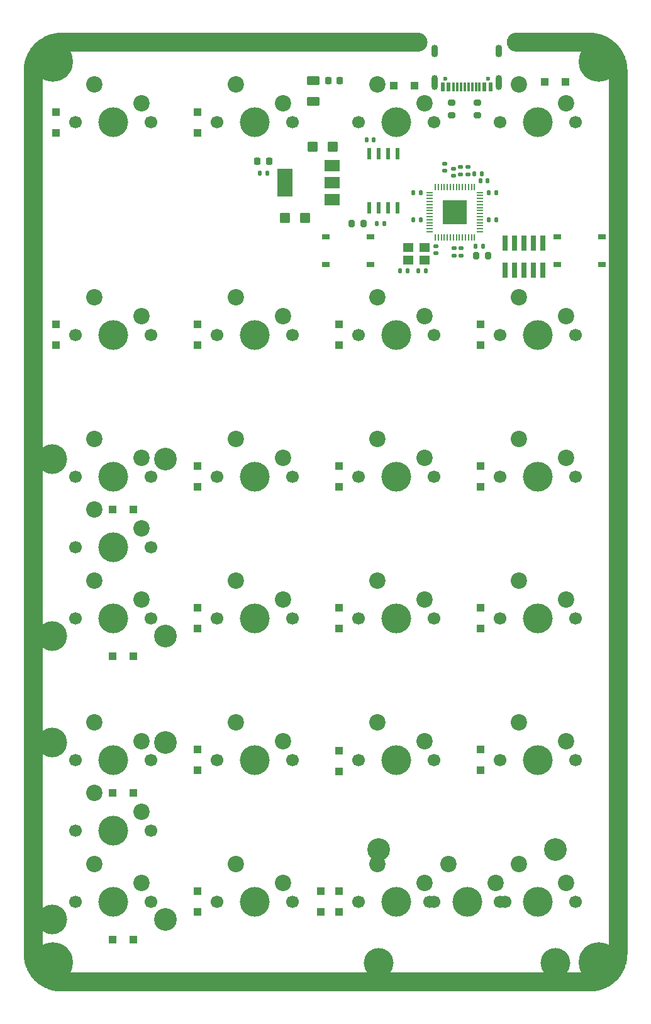
<source format=gts>
G04 #@! TF.GenerationSoftware,KiCad,Pcbnew,(7.0.0)*
G04 #@! TF.CreationDate,2023-02-27T13:57:00+01:00*
G04 #@! TF.ProjectId,MPad2040_V1,4d506164-3230-4343-905f-56312e6b6963,1.1*
G04 #@! TF.SameCoordinates,Original*
G04 #@! TF.FileFunction,Soldermask,Top*
G04 #@! TF.FilePolarity,Negative*
%FSLAX46Y46*%
G04 Gerber Fmt 4.6, Leading zero omitted, Abs format (unit mm)*
G04 Created by KiCad (PCBNEW (7.0.0)) date 2023-02-27 13:57:00*
%MOMM*%
%LPD*%
G01*
G04 APERTURE LIST*
G04 Aperture macros list*
%AMRoundRect*
0 Rectangle with rounded corners*
0 $1 Rounding radius*
0 $2 $3 $4 $5 $6 $7 $8 $9 X,Y pos of 4 corners*
0 Add a 4 corners polygon primitive as box body*
4,1,4,$2,$3,$4,$5,$6,$7,$8,$9,$2,$3,0*
0 Add four circle primitives for the rounded corners*
1,1,$1+$1,$2,$3*
1,1,$1+$1,$4,$5*
1,1,$1+$1,$6,$7*
1,1,$1+$1,$8,$9*
0 Add four rect primitives between the rounded corners*
20,1,$1+$1,$2,$3,$4,$5,0*
20,1,$1+$1,$4,$5,$6,$7,0*
20,1,$1+$1,$6,$7,$8,$9,0*
20,1,$1+$1,$8,$9,$2,$3,0*%
G04 Aperture macros list end*
%ADD10R,1.100000X1.100000*%
%ADD11RoundRect,0.135000X0.135000X0.185000X-0.135000X0.185000X-0.135000X-0.185000X0.135000X-0.185000X0*%
%ADD12RoundRect,0.200000X-0.275000X0.200000X-0.275000X-0.200000X0.275000X-0.200000X0.275000X0.200000X0*%
%ADD13RoundRect,0.218750X0.218750X0.256250X-0.218750X0.256250X-0.218750X-0.256250X0.218750X-0.256250X0*%
%ADD14RoundRect,0.250000X-0.625000X0.375000X-0.625000X-0.375000X0.625000X-0.375000X0.625000X0.375000X0*%
%ADD15RoundRect,0.140000X-0.140000X-0.170000X0.140000X-0.170000X0.140000X0.170000X-0.140000X0.170000X0*%
%ADD16RoundRect,0.140000X0.140000X0.170000X-0.140000X0.170000X-0.140000X-0.170000X0.140000X-0.170000X0*%
%ADD17R,2.000000X1.500000*%
%ADD18R,2.000000X3.800000*%
%ADD19R,0.750000X2.100000*%
%ADD20R,1.000000X0.750000*%
%ADD21RoundRect,0.140000X0.170000X-0.140000X0.170000X0.140000X-0.170000X0.140000X-0.170000X-0.140000X0*%
%ADD22R,0.532600X1.487399*%
%ADD23RoundRect,0.135000X0.185000X-0.135000X0.185000X0.135000X-0.185000X0.135000X-0.185000X-0.135000X0*%
%ADD24RoundRect,0.250000X0.450000X0.425000X-0.450000X0.425000X-0.450000X-0.425000X0.450000X-0.425000X0*%
%ADD25C,0.600000*%
%ADD26R,0.600000X1.160000*%
%ADD27R,0.300000X1.160000*%
%ADD28O,0.900000X2.000000*%
%ADD29O,0.900000X1.700000*%
%ADD30RoundRect,0.200000X0.200000X0.275000X-0.200000X0.275000X-0.200000X-0.275000X0.200000X-0.275000X0*%
%ADD31RoundRect,0.200000X-0.200000X-0.275000X0.200000X-0.275000X0.200000X0.275000X-0.200000X0.275000X0*%
%ADD32RoundRect,0.140000X-0.170000X0.140000X-0.170000X-0.140000X0.170000X-0.140000X0.170000X0.140000X0*%
%ADD33R,0.807999X0.178600*%
%ADD34R,0.178600X0.807999*%
%ADD35R,3.200400X3.200400*%
%ADD36RoundRect,0.250000X-0.450000X-0.425000X0.450000X-0.425000X0.450000X0.425000X-0.450000X0.425000X0*%
%ADD37R,1.400000X1.200000*%
%ADD38C,0.800000*%
%ADD39C,5.400000*%
%ADD40C,1.700000*%
%ADD41C,4.000000*%
%ADD42C,2.200000*%
%ADD43C,3.050000*%
G04 APERTURE END LIST*
D10*
X130252999Y-130939999D03*
X130252999Y-128139999D03*
D11*
X161038000Y-63754000D03*
X160018000Y-63754000D03*
D12*
X168000000Y-41175000D03*
X168000000Y-42825000D03*
D13*
X139930500Y-49022000D03*
X138355500Y-49022000D03*
D10*
X149302999Y-131066999D03*
X149302999Y-128266999D03*
D14*
X145874000Y-38227000D03*
X145874000Y-41027000D03*
D15*
X168370000Y-51650000D03*
X169330000Y-51650000D03*
D10*
X149302999Y-111889999D03*
X149302999Y-109089999D03*
D16*
X160324000Y-56896000D03*
X159364000Y-56896000D03*
D10*
X168352999Y-92839999D03*
X168352999Y-90039999D03*
D17*
X148388999Y-54242999D03*
X148388999Y-51942999D03*
D18*
X142088999Y-51942999D03*
D17*
X148388999Y-49642999D03*
D15*
X157586000Y-63754000D03*
X158546000Y-63754000D03*
D19*
X171654999Y-60048999D03*
X171654999Y-63648999D03*
X172924999Y-60048999D03*
X172924999Y-63648999D03*
X174194999Y-60048999D03*
X174194999Y-63648999D03*
X175464999Y-60048999D03*
X175464999Y-63648999D03*
X176734999Y-60048999D03*
X176734999Y-63648999D03*
D11*
X139653000Y-50673000D03*
X138633000Y-50673000D03*
D13*
X149430000Y-38227000D03*
X147855000Y-38227000D03*
D10*
X121619999Y-95884999D03*
X118819999Y-95884999D03*
D15*
X167746000Y-60452000D03*
X168706000Y-60452000D03*
D20*
X178687999Y-59211999D03*
X178687999Y-62961999D03*
X184687999Y-59211999D03*
X184687999Y-62961999D03*
D21*
X163550000Y-50330000D03*
X163550000Y-49370000D03*
D10*
X149302999Y-92839999D03*
X149302999Y-90039999D03*
D22*
X153366999Y-55346599D03*
X154636999Y-55346599D03*
X155906999Y-55346599D03*
X157176999Y-55346599D03*
X157176999Y-48031399D03*
X155906999Y-48031399D03*
X154636999Y-48031399D03*
X153366999Y-48031399D03*
D10*
X121619999Y-133984999D03*
X118819999Y-133984999D03*
D23*
X166650000Y-50860000D03*
X166650000Y-49840000D03*
D10*
X146889999Y-149989999D03*
X146889999Y-147189999D03*
X168352999Y-111889999D03*
X168352999Y-109089999D03*
D20*
X153572999Y-62961999D03*
X153572999Y-59211999D03*
X147572999Y-62961999D03*
X147572999Y-59211999D03*
D24*
X148494000Y-47117000D03*
X145794000Y-47117000D03*
D25*
X169390000Y-37950000D03*
X163610000Y-37950000D03*
D26*
X169699999Y-39009999D03*
X168899999Y-39009999D03*
D27*
X167749999Y-39009999D03*
X166749999Y-39009999D03*
X166249999Y-39009999D03*
X165249999Y-39009999D03*
D26*
X164099999Y-39009999D03*
X163299999Y-39009999D03*
X163299999Y-39009999D03*
X164099999Y-39009999D03*
D27*
X164749999Y-39009999D03*
X165749999Y-39009999D03*
X167249999Y-39009999D03*
X168249999Y-39009999D03*
D26*
X168899999Y-39009999D03*
X169699999Y-39009999D03*
D28*
X170819999Y-38429999D03*
D29*
X170819999Y-34259999D03*
D28*
X162179999Y-38429999D03*
D29*
X162179999Y-34259999D03*
D21*
X162384000Y-61440000D03*
X162384000Y-60480000D03*
D30*
X152668000Y-57404000D03*
X151018000Y-57404000D03*
D10*
X121619999Y-153669999D03*
X118819999Y-153669999D03*
X130252999Y-92839999D03*
X130252999Y-90039999D03*
X130252999Y-111889999D03*
X130252999Y-109089999D03*
D31*
X167782000Y-61722000D03*
X169432000Y-61722000D03*
D32*
X164846000Y-60759400D03*
X164846000Y-61719400D03*
D16*
X160324000Y-53238400D03*
X159364000Y-53238400D03*
D10*
X130252999Y-149989999D03*
X130252999Y-147189999D03*
D23*
X165650000Y-50860000D03*
X165650000Y-49840000D03*
D33*
X161522799Y-53238399D03*
X161522799Y-53644799D03*
X161522799Y-54051199D03*
X161522799Y-54457599D03*
X161522799Y-54863999D03*
X161522799Y-55270399D03*
X161522799Y-55676799D03*
X161522799Y-56083199D03*
X161522799Y-56489599D03*
X161522799Y-56895999D03*
X161522799Y-57302399D03*
X161522799Y-57708799D03*
X161522799Y-58115199D03*
X161522799Y-58521599D03*
D34*
X162282399Y-59281199D03*
X162688799Y-59281199D03*
X163095199Y-59281199D03*
X163501599Y-59281199D03*
X163907999Y-59281199D03*
X164314399Y-59281199D03*
X164720799Y-59281199D03*
X165127199Y-59281199D03*
X165533599Y-59281199D03*
X165939999Y-59281199D03*
X166346399Y-59281199D03*
X166752799Y-59281199D03*
X167159199Y-59281199D03*
X167565599Y-59281199D03*
D33*
X168325199Y-58521599D03*
X168325199Y-58115199D03*
X168325199Y-57708799D03*
X168325199Y-57302399D03*
X168325199Y-56895999D03*
X168325199Y-56489599D03*
X168325199Y-56083199D03*
X168325199Y-55676799D03*
X168325199Y-55270399D03*
X168325199Y-54863999D03*
X168325199Y-54457599D03*
X168325199Y-54051199D03*
X168325199Y-53644799D03*
X168325199Y-53238399D03*
D34*
X167565599Y-52478799D03*
X167159199Y-52478799D03*
X166752799Y-52478799D03*
X166346399Y-52478799D03*
X165939999Y-52478799D03*
X165533599Y-52478799D03*
X165127199Y-52478799D03*
X164720799Y-52478799D03*
X164314399Y-52478799D03*
X163907999Y-52478799D03*
X163501599Y-52478799D03*
X163095199Y-52478799D03*
X162688799Y-52478799D03*
X162282399Y-52478799D03*
D35*
X164923999Y-55879999D03*
D10*
X168352999Y-73789999D03*
X168352999Y-70989999D03*
X179785999Y-38353999D03*
X176985999Y-38353999D03*
X111202999Y-73789999D03*
X111202999Y-70989999D03*
X149302999Y-149989999D03*
X149302999Y-147189999D03*
D15*
X167570000Y-50700000D03*
X168530000Y-50700000D03*
D21*
X164700000Y-50980000D03*
X164700000Y-50020000D03*
D10*
X111202999Y-45214999D03*
X111202999Y-42414999D03*
D15*
X169524000Y-53238400D03*
X170484000Y-53238400D03*
D11*
X155401000Y-57404000D03*
X154381000Y-57404000D03*
D10*
X130252999Y-45214999D03*
X130252999Y-42414999D03*
D15*
X153042000Y-46202600D03*
X154002000Y-46202600D03*
D10*
X168352999Y-130939999D03*
X168352999Y-128139999D03*
X121619999Y-115569999D03*
X118819999Y-115569999D03*
X130252999Y-73789999D03*
X130252999Y-70989999D03*
X159465999Y-38861999D03*
X156665999Y-38861999D03*
D15*
X169524000Y-56896000D03*
X170484000Y-56896000D03*
D32*
X165785800Y-60759400D03*
X165785800Y-61719400D03*
D36*
X142064000Y-56642000D03*
X144764000Y-56642000D03*
D37*
X160866510Y-60656999D03*
X158666510Y-60656999D03*
X158666510Y-62356999D03*
X160866510Y-62356999D03*
D10*
X149302999Y-73789999D03*
X149302999Y-70989999D03*
D12*
X164500000Y-41175000D03*
X164500000Y-42825000D03*
D38*
X186300000Y-35702500D03*
X185706891Y-37134391D03*
X185706891Y-34270609D03*
X184275000Y-37727500D03*
D39*
X184275000Y-35702500D03*
D38*
X184275000Y-33677500D03*
X182843109Y-37134391D03*
X182843109Y-34270609D03*
X182250000Y-35702500D03*
D40*
X181180000Y-72390000D03*
D41*
X176100000Y-72390000D03*
D40*
X171020000Y-72390000D03*
D42*
X173560000Y-67310000D03*
X179910000Y-69850000D03*
D40*
X162130000Y-110490000D03*
D41*
X157050000Y-110490000D03*
D40*
X151970000Y-110490000D03*
D42*
X154510000Y-105410000D03*
X160860000Y-107950000D03*
D40*
X181180000Y-43815000D03*
D41*
X176100000Y-43815000D03*
D40*
X171020000Y-43815000D03*
D42*
X173560000Y-38735000D03*
X179910000Y-41275000D03*
D38*
X186300000Y-156702500D03*
X185706891Y-158134391D03*
X185706891Y-155270609D03*
X184275000Y-158727500D03*
D39*
X184275000Y-156702500D03*
D38*
X184275000Y-154677500D03*
X182843109Y-158134391D03*
X182843109Y-155270609D03*
X182250000Y-156702500D03*
D40*
X181180000Y-110490000D03*
D41*
X176100000Y-110490000D03*
D40*
X171020000Y-110490000D03*
D42*
X173560000Y-105410000D03*
X179910000Y-107950000D03*
D40*
X124030000Y-148590000D03*
D41*
X118950000Y-148590000D03*
D40*
X113870000Y-148590000D03*
D42*
X116410000Y-143510000D03*
X122760000Y-146050000D03*
D38*
X112800000Y-35702500D03*
X112206891Y-37134391D03*
X112206891Y-34270609D03*
X110775000Y-37727500D03*
D39*
X110775000Y-35702500D03*
D38*
X110775000Y-33677500D03*
X109343109Y-37134391D03*
X109343109Y-34270609D03*
X108750000Y-35702500D03*
D40*
X143080000Y-72390000D03*
D41*
X138000000Y-72390000D03*
D40*
X132920000Y-72390000D03*
D42*
X135460000Y-67310000D03*
X141810000Y-69850000D03*
D40*
X143080000Y-91440000D03*
D41*
X138000000Y-91440000D03*
D40*
X132920000Y-91440000D03*
D42*
X135460000Y-86360000D03*
X141810000Y-88900000D03*
D40*
X124030000Y-110490000D03*
D41*
X118950000Y-110490000D03*
D40*
X113870000Y-110490000D03*
D42*
X116410000Y-105410000D03*
X122760000Y-107950000D03*
D40*
X162130000Y-91440000D03*
D41*
X157050000Y-91440000D03*
D40*
X151970000Y-91440000D03*
D42*
X154510000Y-86360000D03*
X160860000Y-88900000D03*
D43*
X125950000Y-150965000D03*
X125950000Y-127165000D03*
D40*
X124030000Y-139065000D03*
D41*
X118950000Y-139065000D03*
D40*
X113870000Y-139065000D03*
D41*
X110710000Y-150965000D03*
X110710000Y-127165000D03*
D42*
X116410000Y-133985000D03*
X122760000Y-136525000D03*
D40*
X181180000Y-91440000D03*
D41*
X176100000Y-91440000D03*
D40*
X171020000Y-91440000D03*
D42*
X173560000Y-86360000D03*
X179910000Y-88900000D03*
D40*
X124030000Y-72390000D03*
D41*
X118950000Y-72390000D03*
D40*
X113870000Y-72390000D03*
D42*
X116410000Y-67310000D03*
X122760000Y-69850000D03*
D43*
X125950000Y-112865000D03*
X125950000Y-89065000D03*
D40*
X124030000Y-100965000D03*
D41*
X118950000Y-100965000D03*
D40*
X113870000Y-100965000D03*
D41*
X110710000Y-112865000D03*
X110710000Y-89065000D03*
D42*
X116410000Y-95885000D03*
X122760000Y-98425000D03*
D40*
X124030000Y-129540000D03*
D41*
X118950000Y-129540000D03*
D40*
X113870000Y-129540000D03*
D42*
X116410000Y-124460000D03*
X122760000Y-127000000D03*
D40*
X162130000Y-129540000D03*
D41*
X157050000Y-129540000D03*
D40*
X151970000Y-129540000D03*
D42*
X154510000Y-124460000D03*
X160860000Y-127000000D03*
D40*
X181180000Y-129540000D03*
D41*
X176100000Y-129540000D03*
D40*
X171020000Y-129540000D03*
D42*
X173560000Y-124460000D03*
X179910000Y-127000000D03*
D38*
X110775000Y-158727500D03*
X109343109Y-158134391D03*
X112206891Y-158134391D03*
X108750000Y-156702500D03*
D39*
X110775000Y-156702500D03*
D38*
X112800000Y-156702500D03*
X109343109Y-155270609D03*
X112206891Y-155270609D03*
X110775000Y-154677500D03*
D40*
X181180000Y-148590000D03*
D41*
X176100000Y-148590000D03*
D40*
X171020000Y-148590000D03*
D42*
X173560000Y-143510000D03*
X179910000Y-146050000D03*
D40*
X162130000Y-148590000D03*
D41*
X157050000Y-148590000D03*
D40*
X151970000Y-148590000D03*
D42*
X154510000Y-143510000D03*
X160860000Y-146050000D03*
D40*
X162130000Y-43815000D03*
D41*
X157050000Y-43815000D03*
D40*
X151970000Y-43815000D03*
D42*
X154510000Y-38735000D03*
X160860000Y-41275000D03*
D40*
X143080000Y-110490000D03*
D41*
X138000000Y-110490000D03*
D40*
X132920000Y-110490000D03*
D42*
X135460000Y-105410000D03*
X141810000Y-107950000D03*
D41*
X178475000Y-156830000D03*
D43*
X178475000Y-141590000D03*
D40*
X171655000Y-148590000D03*
D41*
X166575000Y-148590000D03*
D40*
X161495000Y-148590000D03*
D41*
X154675000Y-156830000D03*
D43*
X154675000Y-141590000D03*
D42*
X164035000Y-143510000D03*
X170385000Y-146050000D03*
D40*
X143080000Y-148590000D03*
D41*
X138000000Y-148590000D03*
D40*
X132920000Y-148590000D03*
D42*
X135460000Y-143510000D03*
X141810000Y-146050000D03*
D40*
X143080000Y-43815000D03*
D41*
X138000000Y-43815000D03*
D40*
X132920000Y-43815000D03*
D42*
X135460000Y-38735000D03*
X141810000Y-41275000D03*
D40*
X162130000Y-72390000D03*
D41*
X157050000Y-72390000D03*
D40*
X151970000Y-72390000D03*
D42*
X154510000Y-67310000D03*
X160860000Y-69850000D03*
D40*
X124030000Y-91440000D03*
D41*
X118950000Y-91440000D03*
D40*
X113870000Y-91440000D03*
D42*
X116410000Y-86360000D03*
X122760000Y-88900000D03*
D40*
X124030000Y-43815000D03*
D41*
X118950000Y-43815000D03*
D40*
X113870000Y-43815000D03*
D42*
X116410000Y-38735000D03*
X122760000Y-41275000D03*
D40*
X143080000Y-129540000D03*
D41*
X138000000Y-129540000D03*
D40*
X132920000Y-129540000D03*
D42*
X135460000Y-124460000D03*
X141810000Y-127000000D03*
G36*
X159986179Y-31751328D02*
G01*
X160161117Y-31766633D01*
X160221026Y-31777196D01*
X160375868Y-31818685D01*
X160433037Y-31839493D01*
X160578326Y-31907243D01*
X160631010Y-31937660D01*
X160762332Y-32029613D01*
X160808933Y-32068717D01*
X160922282Y-32182066D01*
X160961386Y-32228667D01*
X161053339Y-32359989D01*
X161083756Y-32412673D01*
X161151506Y-32557962D01*
X161172314Y-32615131D01*
X161213803Y-32769973D01*
X161224366Y-32829882D01*
X161238338Y-32989582D01*
X161238338Y-33050416D01*
X161224366Y-33210117D01*
X161213803Y-33270026D01*
X161172314Y-33424868D01*
X161151506Y-33482037D01*
X161083756Y-33627326D01*
X161053339Y-33680010D01*
X160961386Y-33811332D01*
X160922282Y-33857933D01*
X160808933Y-33971282D01*
X160762332Y-34010386D01*
X160631010Y-34102339D01*
X160578326Y-34132756D01*
X160433037Y-34200506D01*
X160375868Y-34221314D01*
X160221026Y-34262803D01*
X160161119Y-34273366D01*
X159986181Y-34288672D01*
X159955762Y-34290000D01*
X111970285Y-34290000D01*
X111959719Y-34290319D01*
X111669360Y-34307882D01*
X111648467Y-34310419D01*
X111367510Y-34361907D01*
X111347075Y-34366943D01*
X111074368Y-34451922D01*
X111054685Y-34459387D01*
X110794219Y-34576613D01*
X110775580Y-34586396D01*
X110531140Y-34734165D01*
X110513812Y-34746126D01*
X110288966Y-34922281D01*
X110273210Y-34936240D01*
X110071240Y-35138210D01*
X110057281Y-35153966D01*
X109881126Y-35378812D01*
X109869165Y-35396140D01*
X109721396Y-35640580D01*
X109711613Y-35659219D01*
X109594387Y-35919685D01*
X109586922Y-35939368D01*
X109501943Y-36212075D01*
X109496907Y-36232510D01*
X109445419Y-36513467D01*
X109442882Y-36534360D01*
X109425319Y-36824719D01*
X109425000Y-36835285D01*
X109425000Y-155569715D01*
X109425319Y-155580280D01*
X109442882Y-155870639D01*
X109445419Y-155891532D01*
X109496907Y-156172489D01*
X109501943Y-156192924D01*
X109586922Y-156465631D01*
X109594387Y-156485314D01*
X109711613Y-156745780D01*
X109721396Y-156764419D01*
X109869165Y-157008859D01*
X109881126Y-157026187D01*
X110057281Y-157251033D01*
X110071240Y-157266789D01*
X110273210Y-157468759D01*
X110288966Y-157482718D01*
X110513812Y-157658873D01*
X110531140Y-157670834D01*
X110775580Y-157818603D01*
X110794219Y-157828386D01*
X111054685Y-157945612D01*
X111074368Y-157953077D01*
X111347075Y-158038056D01*
X111367510Y-158043092D01*
X111648467Y-158094580D01*
X111669360Y-158097117D01*
X111959719Y-158114680D01*
X111970285Y-158115000D01*
X183079715Y-158115000D01*
X183090280Y-158114680D01*
X183380639Y-158097117D01*
X183401532Y-158094580D01*
X183682489Y-158043092D01*
X183702924Y-158038056D01*
X183975631Y-157953077D01*
X183995314Y-157945612D01*
X184255780Y-157828386D01*
X184274419Y-157818603D01*
X184518859Y-157670834D01*
X184536187Y-157658873D01*
X184761033Y-157482718D01*
X184776789Y-157468759D01*
X184978759Y-157266789D01*
X184992718Y-157251033D01*
X185168873Y-157026187D01*
X185180834Y-157008859D01*
X185328603Y-156764419D01*
X185338386Y-156745780D01*
X185455612Y-156485314D01*
X185463077Y-156465631D01*
X185548056Y-156192924D01*
X185553092Y-156172489D01*
X185604580Y-155891532D01*
X185607117Y-155870639D01*
X185624680Y-155580280D01*
X185625000Y-155569715D01*
X185625000Y-36835285D01*
X185624680Y-36824719D01*
X185607117Y-36534360D01*
X185604580Y-36513467D01*
X185553092Y-36232510D01*
X185548056Y-36212075D01*
X185463077Y-35939368D01*
X185455612Y-35919685D01*
X185338386Y-35659219D01*
X185328603Y-35640580D01*
X185180834Y-35396140D01*
X185168873Y-35378812D01*
X184992718Y-35153966D01*
X184978759Y-35138210D01*
X184776789Y-34936240D01*
X184761033Y-34922281D01*
X184536187Y-34746126D01*
X184518859Y-34734165D01*
X184274419Y-34586396D01*
X184255780Y-34576613D01*
X183995314Y-34459387D01*
X183975631Y-34451922D01*
X183702924Y-34366943D01*
X183682489Y-34361907D01*
X183401532Y-34310419D01*
X183380639Y-34307882D01*
X183090280Y-34290319D01*
X183079715Y-34290000D01*
X173194238Y-34290000D01*
X173163819Y-34288672D01*
X172988880Y-34273366D01*
X172928973Y-34262803D01*
X172774131Y-34221314D01*
X172716962Y-34200506D01*
X172571673Y-34132756D01*
X172518989Y-34102339D01*
X172387667Y-34010386D01*
X172341066Y-33971282D01*
X172227717Y-33857933D01*
X172188613Y-33811332D01*
X172096660Y-33680010D01*
X172066243Y-33627326D01*
X171998493Y-33482037D01*
X171977685Y-33424868D01*
X171936196Y-33270026D01*
X171925633Y-33210117D01*
X171911661Y-33050416D01*
X171911661Y-32989582D01*
X171925633Y-32829882D01*
X171936196Y-32769973D01*
X171977685Y-32615131D01*
X171998493Y-32557962D01*
X172066243Y-32412673D01*
X172096660Y-32359989D01*
X172188613Y-32228667D01*
X172227717Y-32182066D01*
X172341066Y-32068717D01*
X172387667Y-32029613D01*
X172518989Y-31937660D01*
X172571673Y-31907243D01*
X172716962Y-31839493D01*
X172774131Y-31818685D01*
X172928973Y-31777196D01*
X172988882Y-31766633D01*
X173163821Y-31751328D01*
X173194238Y-31750000D01*
X183027700Y-31750000D01*
X183031502Y-31750021D01*
X183081158Y-31750562D01*
X183088780Y-31750728D01*
X183138459Y-31752355D01*
X183142258Y-31752500D01*
X183413149Y-31764327D01*
X183420753Y-31764742D01*
X183519947Y-31771244D01*
X183535113Y-31772571D01*
X183633922Y-31783392D01*
X183641482Y-31784304D01*
X183853412Y-31812205D01*
X183860952Y-31813281D01*
X183959178Y-31828400D01*
X183974172Y-31831044D01*
X184071662Y-31850436D01*
X184079112Y-31852003D01*
X184287852Y-31898279D01*
X184295267Y-31900007D01*
X184391758Y-31923618D01*
X184406468Y-31927560D01*
X184501912Y-31955380D01*
X184509195Y-31957590D01*
X184713067Y-32021870D01*
X184720303Y-32024238D01*
X184814417Y-32056185D01*
X184828727Y-32061393D01*
X184921383Y-32097425D01*
X184928448Y-32100262D01*
X185125914Y-32182055D01*
X185132915Y-32185045D01*
X185223914Y-32225085D01*
X185237716Y-32231521D01*
X185326872Y-32275488D01*
X185333665Y-32278930D01*
X185523246Y-32377621D01*
X185529959Y-32381209D01*
X185617107Y-32429020D01*
X185630292Y-32436632D01*
X185715293Y-32488211D01*
X185721761Y-32492234D01*
X185902015Y-32607069D01*
X185908390Y-32611229D01*
X185991048Y-32666459D01*
X186003523Y-32675193D01*
X186083683Y-32733969D01*
X186089773Y-32738538D01*
X186259355Y-32868663D01*
X186265344Y-32873363D01*
X186342860Y-32935576D01*
X186354525Y-32945364D01*
X186429268Y-33010912D01*
X186434937Y-33015995D01*
X186592540Y-33160412D01*
X186598096Y-33165614D01*
X186669889Y-33234340D01*
X186680659Y-33245110D01*
X186749385Y-33316903D01*
X186754587Y-33322459D01*
X186899004Y-33480062D01*
X186904087Y-33485731D01*
X186969635Y-33560474D01*
X186979423Y-33572139D01*
X187041636Y-33649655D01*
X187046336Y-33655644D01*
X187176461Y-33825226D01*
X187181030Y-33831316D01*
X187239806Y-33911476D01*
X187248540Y-33923951D01*
X187303770Y-34006609D01*
X187307930Y-34012984D01*
X187422765Y-34193238D01*
X187426788Y-34199706D01*
X187478367Y-34284707D01*
X187485979Y-34297892D01*
X187533790Y-34385040D01*
X187537378Y-34391753D01*
X187636069Y-34581334D01*
X187639511Y-34588127D01*
X187683478Y-34677283D01*
X187689914Y-34691085D01*
X187729954Y-34782084D01*
X187732944Y-34789085D01*
X187814737Y-34986551D01*
X187817574Y-34993616D01*
X187853606Y-35086272D01*
X187858814Y-35100582D01*
X187890761Y-35194696D01*
X187893129Y-35201932D01*
X187957409Y-35405804D01*
X187959619Y-35413087D01*
X187987439Y-35508531D01*
X187991381Y-35523241D01*
X188014992Y-35619732D01*
X188016720Y-35627147D01*
X188062996Y-35835887D01*
X188064563Y-35843337D01*
X188083955Y-35940827D01*
X188086599Y-35955821D01*
X188101718Y-36054047D01*
X188102794Y-36061587D01*
X188130695Y-36273517D01*
X188131607Y-36281077D01*
X188142428Y-36379886D01*
X188143755Y-36395052D01*
X188150257Y-36494246D01*
X188150672Y-36501850D01*
X188162499Y-36772741D01*
X188162644Y-36776540D01*
X188164271Y-36826219D01*
X188164437Y-36833834D01*
X188164979Y-36883491D01*
X188165000Y-36887300D01*
X188165000Y-155517700D01*
X188164979Y-155521509D01*
X188164437Y-155571165D01*
X188164271Y-155578780D01*
X188162644Y-155628459D01*
X188162499Y-155632258D01*
X188150672Y-155903149D01*
X188150257Y-155910753D01*
X188143755Y-156009947D01*
X188142428Y-156025113D01*
X188131607Y-156123922D01*
X188130695Y-156131482D01*
X188102794Y-156343412D01*
X188101718Y-156350952D01*
X188086599Y-156449178D01*
X188083955Y-156464172D01*
X188064563Y-156561662D01*
X188062996Y-156569112D01*
X188016720Y-156777852D01*
X188014992Y-156785267D01*
X187991381Y-156881758D01*
X187987439Y-156896468D01*
X187959619Y-156991912D01*
X187957409Y-156999195D01*
X187893129Y-157203067D01*
X187890761Y-157210303D01*
X187858814Y-157304417D01*
X187853606Y-157318727D01*
X187817574Y-157411383D01*
X187814737Y-157418448D01*
X187732944Y-157615914D01*
X187729954Y-157622915D01*
X187689914Y-157713914D01*
X187683478Y-157727716D01*
X187639511Y-157816872D01*
X187636069Y-157823665D01*
X187537378Y-158013246D01*
X187533790Y-158019959D01*
X187485979Y-158107107D01*
X187478367Y-158120292D01*
X187426788Y-158205293D01*
X187422765Y-158211761D01*
X187307930Y-158392015D01*
X187303770Y-158398390D01*
X187248540Y-158481048D01*
X187239806Y-158493523D01*
X187181030Y-158573683D01*
X187176461Y-158579773D01*
X187046336Y-158749355D01*
X187041636Y-158755344D01*
X186979423Y-158832860D01*
X186969635Y-158844525D01*
X186904087Y-158919268D01*
X186899004Y-158924937D01*
X186754587Y-159082540D01*
X186749385Y-159088096D01*
X186680659Y-159159889D01*
X186669889Y-159170659D01*
X186598096Y-159239385D01*
X186592540Y-159244587D01*
X186434937Y-159389004D01*
X186429268Y-159394087D01*
X186354525Y-159459635D01*
X186342860Y-159469423D01*
X186265344Y-159531636D01*
X186259355Y-159536336D01*
X186089773Y-159666461D01*
X186083683Y-159671030D01*
X186003523Y-159729806D01*
X185991048Y-159738540D01*
X185908390Y-159793770D01*
X185902015Y-159797930D01*
X185721761Y-159912765D01*
X185715293Y-159916788D01*
X185630292Y-159968367D01*
X185617107Y-159975979D01*
X185529959Y-160023790D01*
X185523246Y-160027378D01*
X185333665Y-160126069D01*
X185326872Y-160129511D01*
X185237716Y-160173478D01*
X185223914Y-160179914D01*
X185132915Y-160219954D01*
X185125914Y-160222944D01*
X184928448Y-160304737D01*
X184921383Y-160307574D01*
X184828727Y-160343606D01*
X184814417Y-160348814D01*
X184720303Y-160380761D01*
X184713067Y-160383129D01*
X184509195Y-160447409D01*
X184501912Y-160449619D01*
X184406468Y-160477439D01*
X184391758Y-160481381D01*
X184295267Y-160504992D01*
X184287852Y-160506720D01*
X184079112Y-160552996D01*
X184071662Y-160554563D01*
X183974172Y-160573955D01*
X183959178Y-160576599D01*
X183860952Y-160591718D01*
X183853412Y-160592794D01*
X183641482Y-160620695D01*
X183633922Y-160621607D01*
X183535113Y-160632428D01*
X183519947Y-160633755D01*
X183420753Y-160640257D01*
X183413149Y-160640672D01*
X183142258Y-160652499D01*
X183138459Y-160652644D01*
X183088780Y-160654271D01*
X183081165Y-160654437D01*
X183031509Y-160654979D01*
X183027700Y-160655000D01*
X112022300Y-160655000D01*
X112018491Y-160654979D01*
X111968834Y-160654437D01*
X111961219Y-160654271D01*
X111911540Y-160652644D01*
X111907741Y-160652499D01*
X111636850Y-160640672D01*
X111629246Y-160640257D01*
X111530052Y-160633755D01*
X111514886Y-160632428D01*
X111416077Y-160621607D01*
X111408517Y-160620695D01*
X111196587Y-160592794D01*
X111189047Y-160591718D01*
X111090821Y-160576599D01*
X111075827Y-160573955D01*
X110978337Y-160554563D01*
X110970887Y-160552996D01*
X110762147Y-160506720D01*
X110754732Y-160504992D01*
X110658241Y-160481381D01*
X110643531Y-160477439D01*
X110548087Y-160449619D01*
X110540804Y-160447409D01*
X110336932Y-160383129D01*
X110329696Y-160380761D01*
X110235582Y-160348814D01*
X110221272Y-160343606D01*
X110128616Y-160307574D01*
X110121551Y-160304737D01*
X109924085Y-160222944D01*
X109917084Y-160219954D01*
X109826085Y-160179914D01*
X109812283Y-160173478D01*
X109723127Y-160129511D01*
X109716334Y-160126069D01*
X109526753Y-160027378D01*
X109520040Y-160023790D01*
X109432892Y-159975979D01*
X109419707Y-159968367D01*
X109334706Y-159916788D01*
X109328238Y-159912765D01*
X109147984Y-159797930D01*
X109141609Y-159793770D01*
X109058951Y-159738540D01*
X109046476Y-159729806D01*
X108966316Y-159671030D01*
X108960226Y-159666461D01*
X108790644Y-159536336D01*
X108784655Y-159531636D01*
X108707139Y-159469423D01*
X108695474Y-159459635D01*
X108620731Y-159394087D01*
X108615062Y-159389004D01*
X108457459Y-159244587D01*
X108451903Y-159239385D01*
X108380110Y-159170659D01*
X108369340Y-159159889D01*
X108300614Y-159088096D01*
X108295412Y-159082540D01*
X108150995Y-158924937D01*
X108145912Y-158919268D01*
X108080364Y-158844525D01*
X108070576Y-158832860D01*
X108008363Y-158755344D01*
X108003663Y-158749355D01*
X107873538Y-158579773D01*
X107868969Y-158573683D01*
X107810193Y-158493523D01*
X107801459Y-158481048D01*
X107746229Y-158398390D01*
X107742069Y-158392015D01*
X107627234Y-158211761D01*
X107623211Y-158205293D01*
X107571632Y-158120292D01*
X107564020Y-158107107D01*
X107516209Y-158019959D01*
X107512621Y-158013246D01*
X107413930Y-157823665D01*
X107410488Y-157816872D01*
X107366521Y-157727716D01*
X107360085Y-157713914D01*
X107320045Y-157622915D01*
X107317055Y-157615914D01*
X107235262Y-157418448D01*
X107232425Y-157411383D01*
X107196393Y-157318727D01*
X107191185Y-157304417D01*
X107159238Y-157210303D01*
X107156870Y-157203067D01*
X107092590Y-156999195D01*
X107090380Y-156991912D01*
X107062560Y-156896468D01*
X107058618Y-156881758D01*
X107035007Y-156785267D01*
X107033279Y-156777852D01*
X106987003Y-156569112D01*
X106985436Y-156561662D01*
X106966044Y-156464172D01*
X106963400Y-156449178D01*
X106948281Y-156350952D01*
X106947205Y-156343412D01*
X106919304Y-156131482D01*
X106918392Y-156123922D01*
X106907571Y-156025113D01*
X106906244Y-156009947D01*
X106899742Y-155910753D01*
X106899327Y-155903149D01*
X106887500Y-155632258D01*
X106887355Y-155628459D01*
X106885728Y-155578780D01*
X106885562Y-155571158D01*
X106885021Y-155521502D01*
X106885000Y-155517700D01*
X106885000Y-36887300D01*
X106885021Y-36883498D01*
X106885562Y-36833841D01*
X106885728Y-36826219D01*
X106887355Y-36776540D01*
X106887500Y-36772741D01*
X106899327Y-36501850D01*
X106899742Y-36494246D01*
X106906244Y-36395052D01*
X106907571Y-36379886D01*
X106918392Y-36281077D01*
X106919304Y-36273517D01*
X106947205Y-36061587D01*
X106948281Y-36054047D01*
X106963400Y-35955821D01*
X106966044Y-35940827D01*
X106985436Y-35843337D01*
X106987003Y-35835887D01*
X107033279Y-35627147D01*
X107035007Y-35619732D01*
X107058618Y-35523241D01*
X107062560Y-35508531D01*
X107090380Y-35413087D01*
X107092590Y-35405804D01*
X107156870Y-35201932D01*
X107159238Y-35194696D01*
X107191185Y-35100582D01*
X107196393Y-35086272D01*
X107232425Y-34993616D01*
X107235262Y-34986551D01*
X107317055Y-34789085D01*
X107320045Y-34782084D01*
X107360085Y-34691085D01*
X107366521Y-34677283D01*
X107410488Y-34588127D01*
X107413930Y-34581334D01*
X107512621Y-34391753D01*
X107516209Y-34385040D01*
X107564020Y-34297892D01*
X107571632Y-34284707D01*
X107623211Y-34199706D01*
X107627234Y-34193238D01*
X107742069Y-34012984D01*
X107746229Y-34006609D01*
X107801459Y-33923951D01*
X107810193Y-33911476D01*
X107868969Y-33831316D01*
X107873538Y-33825226D01*
X108003663Y-33655644D01*
X108008363Y-33649655D01*
X108070576Y-33572139D01*
X108080364Y-33560474D01*
X108145912Y-33485731D01*
X108150995Y-33480062D01*
X108295412Y-33322459D01*
X108300614Y-33316903D01*
X108369340Y-33245110D01*
X108380110Y-33234340D01*
X108451903Y-33165614D01*
X108457459Y-33160412D01*
X108615062Y-33015995D01*
X108620731Y-33010912D01*
X108695474Y-32945364D01*
X108707139Y-32935576D01*
X108784655Y-32873363D01*
X108790644Y-32868663D01*
X108960226Y-32738538D01*
X108966316Y-32733969D01*
X109046476Y-32675193D01*
X109058951Y-32666459D01*
X109141609Y-32611229D01*
X109147984Y-32607069D01*
X109328238Y-32492234D01*
X109334706Y-32488211D01*
X109419707Y-32436632D01*
X109432892Y-32429020D01*
X109520040Y-32381209D01*
X109526753Y-32377621D01*
X109716334Y-32278930D01*
X109723127Y-32275488D01*
X109812283Y-32231521D01*
X109826085Y-32225085D01*
X109917084Y-32185045D01*
X109924085Y-32182055D01*
X110121551Y-32100262D01*
X110128616Y-32097425D01*
X110221272Y-32061393D01*
X110235582Y-32056185D01*
X110329696Y-32024238D01*
X110336932Y-32021870D01*
X110540804Y-31957590D01*
X110548087Y-31955380D01*
X110643531Y-31927560D01*
X110658241Y-31923618D01*
X110754732Y-31900007D01*
X110762147Y-31898279D01*
X110970887Y-31852003D01*
X110978337Y-31850436D01*
X111075827Y-31831044D01*
X111090821Y-31828400D01*
X111189047Y-31813281D01*
X111196587Y-31812205D01*
X111408517Y-31784304D01*
X111416077Y-31783392D01*
X111514886Y-31772571D01*
X111530052Y-31771244D01*
X111629246Y-31764742D01*
X111636850Y-31764327D01*
X111907741Y-31752500D01*
X111911540Y-31752355D01*
X111961219Y-31750728D01*
X111968841Y-31750562D01*
X112018498Y-31750021D01*
X112022300Y-31750000D01*
X159955762Y-31750000D01*
X159986179Y-31751328D01*
G37*
M02*

</source>
